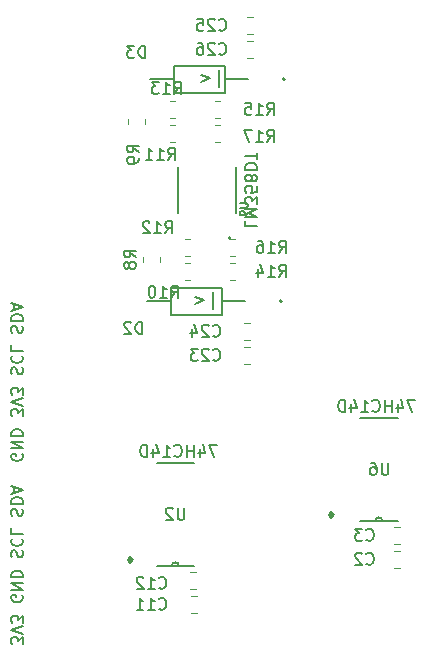
<source format=gbr>
%TF.GenerationSoftware,KiCad,Pcbnew,7.0.5*%
%TF.CreationDate,2023-10-05T13:58:56+07:00*%
%TF.ProjectId,Main_board,4d61696e-5f62-46f6-9172-642e6b696361,rev?*%
%TF.SameCoordinates,Original*%
%TF.FileFunction,Legend,Bot*%
%TF.FilePolarity,Positive*%
%FSLAX46Y46*%
G04 Gerber Fmt 4.6, Leading zero omitted, Abs format (unit mm)*
G04 Created by KiCad (PCBNEW 7.0.5) date 2023-10-05 13:58:56*
%MOMM*%
%LPD*%
G01*
G04 APERTURE LIST*
%ADD10C,0.150000*%
%ADD11C,0.127000*%
%ADD12C,0.200000*%
%ADD13C,0.120000*%
%ADD14C,0.152400*%
G04 APERTURE END LIST*
D10*
X177021713Y-68542819D02*
X176355047Y-68542819D01*
X176355047Y-68542819D02*
X176783618Y-69542819D01*
X175545523Y-68876152D02*
X175545523Y-69542819D01*
X175783618Y-68495200D02*
X176021713Y-69209485D01*
X176021713Y-69209485D02*
X175402666Y-69209485D01*
X175021713Y-69542819D02*
X175021713Y-68542819D01*
X175021713Y-69019009D02*
X174450285Y-69019009D01*
X174450285Y-69542819D02*
X174450285Y-68542819D01*
X173402666Y-69447580D02*
X173450285Y-69495200D01*
X173450285Y-69495200D02*
X173593142Y-69542819D01*
X173593142Y-69542819D02*
X173688380Y-69542819D01*
X173688380Y-69542819D02*
X173831237Y-69495200D01*
X173831237Y-69495200D02*
X173926475Y-69399961D01*
X173926475Y-69399961D02*
X173974094Y-69304723D01*
X173974094Y-69304723D02*
X174021713Y-69114247D01*
X174021713Y-69114247D02*
X174021713Y-68971390D01*
X174021713Y-68971390D02*
X173974094Y-68780914D01*
X173974094Y-68780914D02*
X173926475Y-68685676D01*
X173926475Y-68685676D02*
X173831237Y-68590438D01*
X173831237Y-68590438D02*
X173688380Y-68542819D01*
X173688380Y-68542819D02*
X173593142Y-68542819D01*
X173593142Y-68542819D02*
X173450285Y-68590438D01*
X173450285Y-68590438D02*
X173402666Y-68638057D01*
X172450285Y-69542819D02*
X173021713Y-69542819D01*
X172735999Y-69542819D02*
X172735999Y-68542819D01*
X172735999Y-68542819D02*
X172831237Y-68685676D01*
X172831237Y-68685676D02*
X172926475Y-68780914D01*
X172926475Y-68780914D02*
X173021713Y-68828533D01*
X171593142Y-68876152D02*
X171593142Y-69542819D01*
X171831237Y-68495200D02*
X172069332Y-69209485D01*
X172069332Y-69209485D02*
X171450285Y-69209485D01*
X171069332Y-69542819D02*
X171069332Y-68542819D01*
X171069332Y-68542819D02*
X170831237Y-68542819D01*
X170831237Y-68542819D02*
X170688380Y-68590438D01*
X170688380Y-68590438D02*
X170593142Y-68685676D01*
X170593142Y-68685676D02*
X170545523Y-68780914D01*
X170545523Y-68780914D02*
X170497904Y-68971390D01*
X170497904Y-68971390D02*
X170497904Y-69114247D01*
X170497904Y-69114247D02*
X170545523Y-69304723D01*
X170545523Y-69304723D02*
X170593142Y-69399961D01*
X170593142Y-69399961D02*
X170688380Y-69495200D01*
X170688380Y-69495200D02*
X170831237Y-69542819D01*
X170831237Y-69542819D02*
X171069332Y-69542819D01*
X152907999Y-81839104D02*
X152669904Y-82077200D01*
X152669904Y-82077200D02*
X152907999Y-82315295D01*
X152907999Y-82315295D02*
X153146095Y-82077200D01*
X153146095Y-82077200D02*
X152907999Y-81839104D01*
X152907999Y-81839104D02*
X152907999Y-82315295D01*
X160257713Y-72352819D02*
X159591047Y-72352819D01*
X159591047Y-72352819D02*
X160019618Y-73352819D01*
X158781523Y-72686152D02*
X158781523Y-73352819D01*
X159019618Y-72305200D02*
X159257713Y-73019485D01*
X159257713Y-73019485D02*
X158638666Y-73019485D01*
X158257713Y-73352819D02*
X158257713Y-72352819D01*
X158257713Y-72829009D02*
X157686285Y-72829009D01*
X157686285Y-73352819D02*
X157686285Y-72352819D01*
X156638666Y-73257580D02*
X156686285Y-73305200D01*
X156686285Y-73305200D02*
X156829142Y-73352819D01*
X156829142Y-73352819D02*
X156924380Y-73352819D01*
X156924380Y-73352819D02*
X157067237Y-73305200D01*
X157067237Y-73305200D02*
X157162475Y-73209961D01*
X157162475Y-73209961D02*
X157210094Y-73114723D01*
X157210094Y-73114723D02*
X157257713Y-72924247D01*
X157257713Y-72924247D02*
X157257713Y-72781390D01*
X157257713Y-72781390D02*
X157210094Y-72590914D01*
X157210094Y-72590914D02*
X157162475Y-72495676D01*
X157162475Y-72495676D02*
X157067237Y-72400438D01*
X157067237Y-72400438D02*
X156924380Y-72352819D01*
X156924380Y-72352819D02*
X156829142Y-72352819D01*
X156829142Y-72352819D02*
X156686285Y-72400438D01*
X156686285Y-72400438D02*
X156638666Y-72448057D01*
X155686285Y-73352819D02*
X156257713Y-73352819D01*
X155971999Y-73352819D02*
X155971999Y-72352819D01*
X155971999Y-72352819D02*
X156067237Y-72495676D01*
X156067237Y-72495676D02*
X156162475Y-72590914D01*
X156162475Y-72590914D02*
X156257713Y-72638533D01*
X154829142Y-72686152D02*
X154829142Y-73352819D01*
X155067237Y-72305200D02*
X155305332Y-73019485D01*
X155305332Y-73019485D02*
X154686285Y-73019485D01*
X154305332Y-73352819D02*
X154305332Y-72352819D01*
X154305332Y-72352819D02*
X154067237Y-72352819D01*
X154067237Y-72352819D02*
X153924380Y-72400438D01*
X153924380Y-72400438D02*
X153829142Y-72495676D01*
X153829142Y-72495676D02*
X153781523Y-72590914D01*
X153781523Y-72590914D02*
X153733904Y-72781390D01*
X153733904Y-72781390D02*
X153733904Y-72924247D01*
X153733904Y-72924247D02*
X153781523Y-73114723D01*
X153781523Y-73114723D02*
X153829142Y-73209961D01*
X153829142Y-73209961D02*
X153924380Y-73305200D01*
X153924380Y-73305200D02*
X154067237Y-73352819D01*
X154067237Y-73352819D02*
X154305332Y-73352819D01*
X162613180Y-53371428D02*
X162613180Y-53847618D01*
X162613180Y-53847618D02*
X163613180Y-53847618D01*
X162613180Y-53038094D02*
X163613180Y-53038094D01*
X163613180Y-53038094D02*
X162898895Y-52704761D01*
X162898895Y-52704761D02*
X163613180Y-52371428D01*
X163613180Y-52371428D02*
X162613180Y-52371428D01*
X163613180Y-51990475D02*
X163613180Y-51371428D01*
X163613180Y-51371428D02*
X163232228Y-51704761D01*
X163232228Y-51704761D02*
X163232228Y-51561904D01*
X163232228Y-51561904D02*
X163184609Y-51466666D01*
X163184609Y-51466666D02*
X163136990Y-51419047D01*
X163136990Y-51419047D02*
X163041752Y-51371428D01*
X163041752Y-51371428D02*
X162803657Y-51371428D01*
X162803657Y-51371428D02*
X162708419Y-51419047D01*
X162708419Y-51419047D02*
X162660800Y-51466666D01*
X162660800Y-51466666D02*
X162613180Y-51561904D01*
X162613180Y-51561904D02*
X162613180Y-51847618D01*
X162613180Y-51847618D02*
X162660800Y-51942856D01*
X162660800Y-51942856D02*
X162708419Y-51990475D01*
X163613180Y-50466666D02*
X163613180Y-50942856D01*
X163613180Y-50942856D02*
X163136990Y-50990475D01*
X163136990Y-50990475D02*
X163184609Y-50942856D01*
X163184609Y-50942856D02*
X163232228Y-50847618D01*
X163232228Y-50847618D02*
X163232228Y-50609523D01*
X163232228Y-50609523D02*
X163184609Y-50514285D01*
X163184609Y-50514285D02*
X163136990Y-50466666D01*
X163136990Y-50466666D02*
X163041752Y-50419047D01*
X163041752Y-50419047D02*
X162803657Y-50419047D01*
X162803657Y-50419047D02*
X162708419Y-50466666D01*
X162708419Y-50466666D02*
X162660800Y-50514285D01*
X162660800Y-50514285D02*
X162613180Y-50609523D01*
X162613180Y-50609523D02*
X162613180Y-50847618D01*
X162613180Y-50847618D02*
X162660800Y-50942856D01*
X162660800Y-50942856D02*
X162708419Y-50990475D01*
X163184609Y-49847618D02*
X163232228Y-49942856D01*
X163232228Y-49942856D02*
X163279847Y-49990475D01*
X163279847Y-49990475D02*
X163375085Y-50038094D01*
X163375085Y-50038094D02*
X163422704Y-50038094D01*
X163422704Y-50038094D02*
X163517942Y-49990475D01*
X163517942Y-49990475D02*
X163565561Y-49942856D01*
X163565561Y-49942856D02*
X163613180Y-49847618D01*
X163613180Y-49847618D02*
X163613180Y-49657142D01*
X163613180Y-49657142D02*
X163565561Y-49561904D01*
X163565561Y-49561904D02*
X163517942Y-49514285D01*
X163517942Y-49514285D02*
X163422704Y-49466666D01*
X163422704Y-49466666D02*
X163375085Y-49466666D01*
X163375085Y-49466666D02*
X163279847Y-49514285D01*
X163279847Y-49514285D02*
X163232228Y-49561904D01*
X163232228Y-49561904D02*
X163184609Y-49657142D01*
X163184609Y-49657142D02*
X163184609Y-49847618D01*
X163184609Y-49847618D02*
X163136990Y-49942856D01*
X163136990Y-49942856D02*
X163089371Y-49990475D01*
X163089371Y-49990475D02*
X162994133Y-50038094D01*
X162994133Y-50038094D02*
X162803657Y-50038094D01*
X162803657Y-50038094D02*
X162708419Y-49990475D01*
X162708419Y-49990475D02*
X162660800Y-49942856D01*
X162660800Y-49942856D02*
X162613180Y-49847618D01*
X162613180Y-49847618D02*
X162613180Y-49657142D01*
X162613180Y-49657142D02*
X162660800Y-49561904D01*
X162660800Y-49561904D02*
X162708419Y-49514285D01*
X162708419Y-49514285D02*
X162803657Y-49466666D01*
X162803657Y-49466666D02*
X162994133Y-49466666D01*
X162994133Y-49466666D02*
X163089371Y-49514285D01*
X163089371Y-49514285D02*
X163136990Y-49561904D01*
X163136990Y-49561904D02*
X163184609Y-49657142D01*
X162613180Y-49038094D02*
X163613180Y-49038094D01*
X163613180Y-49038094D02*
X163613180Y-48799999D01*
X163613180Y-48799999D02*
X163565561Y-48657142D01*
X163565561Y-48657142D02*
X163470323Y-48561904D01*
X163470323Y-48561904D02*
X163375085Y-48514285D01*
X163375085Y-48514285D02*
X163184609Y-48466666D01*
X163184609Y-48466666D02*
X163041752Y-48466666D01*
X163041752Y-48466666D02*
X162851276Y-48514285D01*
X162851276Y-48514285D02*
X162756038Y-48561904D01*
X162756038Y-48561904D02*
X162660800Y-48657142D01*
X162660800Y-48657142D02*
X162613180Y-48799999D01*
X162613180Y-48799999D02*
X162613180Y-49038094D01*
X163613180Y-48180951D02*
X163613180Y-47609523D01*
X162613180Y-47895237D02*
X163613180Y-47895237D01*
X158908857Y-41613847D02*
X159670762Y-41328133D01*
X159670762Y-41328133D02*
X158908857Y-41042419D01*
X160385047Y-40613847D02*
X160385047Y-42042419D01*
X169925999Y-78029104D02*
X169687904Y-78267200D01*
X169687904Y-78267200D02*
X169925999Y-78505295D01*
X169925999Y-78505295D02*
X170164095Y-78267200D01*
X170164095Y-78267200D02*
X169925999Y-78029104D01*
X169925999Y-78029104D02*
X169925999Y-78505295D01*
X158400857Y-60409847D02*
X159162762Y-60124133D01*
X159162762Y-60124133D02*
X158400857Y-59838419D01*
X159877047Y-59409847D02*
X159877047Y-60838419D01*
X143801180Y-89240476D02*
X143801180Y-88621429D01*
X143801180Y-88621429D02*
X143420228Y-88954762D01*
X143420228Y-88954762D02*
X143420228Y-88811905D01*
X143420228Y-88811905D02*
X143372609Y-88716667D01*
X143372609Y-88716667D02*
X143324990Y-88669048D01*
X143324990Y-88669048D02*
X143229752Y-88621429D01*
X143229752Y-88621429D02*
X142991657Y-88621429D01*
X142991657Y-88621429D02*
X142896419Y-88669048D01*
X142896419Y-88669048D02*
X142848800Y-88716667D01*
X142848800Y-88716667D02*
X142801180Y-88811905D01*
X142801180Y-88811905D02*
X142801180Y-89097619D01*
X142801180Y-89097619D02*
X142848800Y-89192857D01*
X142848800Y-89192857D02*
X142896419Y-89240476D01*
X143801180Y-88335714D02*
X142801180Y-88002381D01*
X142801180Y-88002381D02*
X143801180Y-87669048D01*
X143801180Y-87430952D02*
X143801180Y-86811905D01*
X143801180Y-86811905D02*
X143420228Y-87145238D01*
X143420228Y-87145238D02*
X143420228Y-87002381D01*
X143420228Y-87002381D02*
X143372609Y-86907143D01*
X143372609Y-86907143D02*
X143324990Y-86859524D01*
X143324990Y-86859524D02*
X143229752Y-86811905D01*
X143229752Y-86811905D02*
X142991657Y-86811905D01*
X142991657Y-86811905D02*
X142896419Y-86859524D01*
X142896419Y-86859524D02*
X142848800Y-86907143D01*
X142848800Y-86907143D02*
X142801180Y-87002381D01*
X142801180Y-87002381D02*
X142801180Y-87288095D01*
X142801180Y-87288095D02*
X142848800Y-87383333D01*
X142848800Y-87383333D02*
X142896419Y-87430952D01*
X143753561Y-85097619D02*
X143801180Y-85192857D01*
X143801180Y-85192857D02*
X143801180Y-85335714D01*
X143801180Y-85335714D02*
X143753561Y-85478571D01*
X143753561Y-85478571D02*
X143658323Y-85573809D01*
X143658323Y-85573809D02*
X143563085Y-85621428D01*
X143563085Y-85621428D02*
X143372609Y-85669047D01*
X143372609Y-85669047D02*
X143229752Y-85669047D01*
X143229752Y-85669047D02*
X143039276Y-85621428D01*
X143039276Y-85621428D02*
X142944038Y-85573809D01*
X142944038Y-85573809D02*
X142848800Y-85478571D01*
X142848800Y-85478571D02*
X142801180Y-85335714D01*
X142801180Y-85335714D02*
X142801180Y-85240476D01*
X142801180Y-85240476D02*
X142848800Y-85097619D01*
X142848800Y-85097619D02*
X142896419Y-85050000D01*
X142896419Y-85050000D02*
X143229752Y-85050000D01*
X143229752Y-85050000D02*
X143229752Y-85240476D01*
X142801180Y-84621428D02*
X143801180Y-84621428D01*
X143801180Y-84621428D02*
X142801180Y-84050000D01*
X142801180Y-84050000D02*
X143801180Y-84050000D01*
X142801180Y-83573809D02*
X143801180Y-83573809D01*
X143801180Y-83573809D02*
X143801180Y-83335714D01*
X143801180Y-83335714D02*
X143753561Y-83192857D01*
X143753561Y-83192857D02*
X143658323Y-83097619D01*
X143658323Y-83097619D02*
X143563085Y-83050000D01*
X143563085Y-83050000D02*
X143372609Y-83002381D01*
X143372609Y-83002381D02*
X143229752Y-83002381D01*
X143229752Y-83002381D02*
X143039276Y-83050000D01*
X143039276Y-83050000D02*
X142944038Y-83097619D01*
X142944038Y-83097619D02*
X142848800Y-83192857D01*
X142848800Y-83192857D02*
X142801180Y-83335714D01*
X142801180Y-83335714D02*
X142801180Y-83573809D01*
X142848800Y-81859523D02*
X142801180Y-81716666D01*
X142801180Y-81716666D02*
X142801180Y-81478571D01*
X142801180Y-81478571D02*
X142848800Y-81383333D01*
X142848800Y-81383333D02*
X142896419Y-81335714D01*
X142896419Y-81335714D02*
X142991657Y-81288095D01*
X142991657Y-81288095D02*
X143086895Y-81288095D01*
X143086895Y-81288095D02*
X143182133Y-81335714D01*
X143182133Y-81335714D02*
X143229752Y-81383333D01*
X143229752Y-81383333D02*
X143277371Y-81478571D01*
X143277371Y-81478571D02*
X143324990Y-81669047D01*
X143324990Y-81669047D02*
X143372609Y-81764285D01*
X143372609Y-81764285D02*
X143420228Y-81811904D01*
X143420228Y-81811904D02*
X143515466Y-81859523D01*
X143515466Y-81859523D02*
X143610704Y-81859523D01*
X143610704Y-81859523D02*
X143705942Y-81811904D01*
X143705942Y-81811904D02*
X143753561Y-81764285D01*
X143753561Y-81764285D02*
X143801180Y-81669047D01*
X143801180Y-81669047D02*
X143801180Y-81430952D01*
X143801180Y-81430952D02*
X143753561Y-81288095D01*
X142896419Y-80288095D02*
X142848800Y-80335714D01*
X142848800Y-80335714D02*
X142801180Y-80478571D01*
X142801180Y-80478571D02*
X142801180Y-80573809D01*
X142801180Y-80573809D02*
X142848800Y-80716666D01*
X142848800Y-80716666D02*
X142944038Y-80811904D01*
X142944038Y-80811904D02*
X143039276Y-80859523D01*
X143039276Y-80859523D02*
X143229752Y-80907142D01*
X143229752Y-80907142D02*
X143372609Y-80907142D01*
X143372609Y-80907142D02*
X143563085Y-80859523D01*
X143563085Y-80859523D02*
X143658323Y-80811904D01*
X143658323Y-80811904D02*
X143753561Y-80716666D01*
X143753561Y-80716666D02*
X143801180Y-80573809D01*
X143801180Y-80573809D02*
X143801180Y-80478571D01*
X143801180Y-80478571D02*
X143753561Y-80335714D01*
X143753561Y-80335714D02*
X143705942Y-80288095D01*
X142801180Y-79383333D02*
X142801180Y-79859523D01*
X142801180Y-79859523D02*
X143801180Y-79859523D01*
X142848800Y-78335713D02*
X142801180Y-78192856D01*
X142801180Y-78192856D02*
X142801180Y-77954761D01*
X142801180Y-77954761D02*
X142848800Y-77859523D01*
X142848800Y-77859523D02*
X142896419Y-77811904D01*
X142896419Y-77811904D02*
X142991657Y-77764285D01*
X142991657Y-77764285D02*
X143086895Y-77764285D01*
X143086895Y-77764285D02*
X143182133Y-77811904D01*
X143182133Y-77811904D02*
X143229752Y-77859523D01*
X143229752Y-77859523D02*
X143277371Y-77954761D01*
X143277371Y-77954761D02*
X143324990Y-78145237D01*
X143324990Y-78145237D02*
X143372609Y-78240475D01*
X143372609Y-78240475D02*
X143420228Y-78288094D01*
X143420228Y-78288094D02*
X143515466Y-78335713D01*
X143515466Y-78335713D02*
X143610704Y-78335713D01*
X143610704Y-78335713D02*
X143705942Y-78288094D01*
X143705942Y-78288094D02*
X143753561Y-78240475D01*
X143753561Y-78240475D02*
X143801180Y-78145237D01*
X143801180Y-78145237D02*
X143801180Y-77907142D01*
X143801180Y-77907142D02*
X143753561Y-77764285D01*
X142801180Y-77335713D02*
X143801180Y-77335713D01*
X143801180Y-77335713D02*
X143801180Y-77097618D01*
X143801180Y-77097618D02*
X143753561Y-76954761D01*
X143753561Y-76954761D02*
X143658323Y-76859523D01*
X143658323Y-76859523D02*
X143563085Y-76811904D01*
X143563085Y-76811904D02*
X143372609Y-76764285D01*
X143372609Y-76764285D02*
X143229752Y-76764285D01*
X143229752Y-76764285D02*
X143039276Y-76811904D01*
X143039276Y-76811904D02*
X142944038Y-76859523D01*
X142944038Y-76859523D02*
X142848800Y-76954761D01*
X142848800Y-76954761D02*
X142801180Y-77097618D01*
X142801180Y-77097618D02*
X142801180Y-77335713D01*
X143086895Y-76383332D02*
X143086895Y-75907142D01*
X142801180Y-76478570D02*
X143801180Y-76145237D01*
X143801180Y-76145237D02*
X142801180Y-75811904D01*
X143753561Y-73127429D02*
X143801180Y-73222667D01*
X143801180Y-73222667D02*
X143801180Y-73365524D01*
X143801180Y-73365524D02*
X143753561Y-73508381D01*
X143753561Y-73508381D02*
X143658323Y-73603619D01*
X143658323Y-73603619D02*
X143563085Y-73651238D01*
X143563085Y-73651238D02*
X143372609Y-73698857D01*
X143372609Y-73698857D02*
X143229752Y-73698857D01*
X143229752Y-73698857D02*
X143039276Y-73651238D01*
X143039276Y-73651238D02*
X142944038Y-73603619D01*
X142944038Y-73603619D02*
X142848800Y-73508381D01*
X142848800Y-73508381D02*
X142801180Y-73365524D01*
X142801180Y-73365524D02*
X142801180Y-73270286D01*
X142801180Y-73270286D02*
X142848800Y-73127429D01*
X142848800Y-73127429D02*
X142896419Y-73079810D01*
X142896419Y-73079810D02*
X143229752Y-73079810D01*
X143229752Y-73079810D02*
X143229752Y-73270286D01*
X142801180Y-72651238D02*
X143801180Y-72651238D01*
X143801180Y-72651238D02*
X142801180Y-72079810D01*
X142801180Y-72079810D02*
X143801180Y-72079810D01*
X142801180Y-71603619D02*
X143801180Y-71603619D01*
X143801180Y-71603619D02*
X143801180Y-71365524D01*
X143801180Y-71365524D02*
X143753561Y-71222667D01*
X143753561Y-71222667D02*
X143658323Y-71127429D01*
X143658323Y-71127429D02*
X143563085Y-71079810D01*
X143563085Y-71079810D02*
X143372609Y-71032191D01*
X143372609Y-71032191D02*
X143229752Y-71032191D01*
X143229752Y-71032191D02*
X143039276Y-71079810D01*
X143039276Y-71079810D02*
X142944038Y-71127429D01*
X142944038Y-71127429D02*
X142848800Y-71222667D01*
X142848800Y-71222667D02*
X142801180Y-71365524D01*
X142801180Y-71365524D02*
X142801180Y-71603619D01*
X143801180Y-69936952D02*
X143801180Y-69317905D01*
X143801180Y-69317905D02*
X143420228Y-69651238D01*
X143420228Y-69651238D02*
X143420228Y-69508381D01*
X143420228Y-69508381D02*
X143372609Y-69413143D01*
X143372609Y-69413143D02*
X143324990Y-69365524D01*
X143324990Y-69365524D02*
X143229752Y-69317905D01*
X143229752Y-69317905D02*
X142991657Y-69317905D01*
X142991657Y-69317905D02*
X142896419Y-69365524D01*
X142896419Y-69365524D02*
X142848800Y-69413143D01*
X142848800Y-69413143D02*
X142801180Y-69508381D01*
X142801180Y-69508381D02*
X142801180Y-69794095D01*
X142801180Y-69794095D02*
X142848800Y-69889333D01*
X142848800Y-69889333D02*
X142896419Y-69936952D01*
X143801180Y-69032190D02*
X142801180Y-68698857D01*
X142801180Y-68698857D02*
X143801180Y-68365524D01*
X143801180Y-68127428D02*
X143801180Y-67508381D01*
X143801180Y-67508381D02*
X143420228Y-67841714D01*
X143420228Y-67841714D02*
X143420228Y-67698857D01*
X143420228Y-67698857D02*
X143372609Y-67603619D01*
X143372609Y-67603619D02*
X143324990Y-67556000D01*
X143324990Y-67556000D02*
X143229752Y-67508381D01*
X143229752Y-67508381D02*
X142991657Y-67508381D01*
X142991657Y-67508381D02*
X142896419Y-67556000D01*
X142896419Y-67556000D02*
X142848800Y-67603619D01*
X142848800Y-67603619D02*
X142801180Y-67698857D01*
X142801180Y-67698857D02*
X142801180Y-67984571D01*
X142801180Y-67984571D02*
X142848800Y-68079809D01*
X142848800Y-68079809D02*
X142896419Y-68127428D01*
X142848800Y-66365523D02*
X142801180Y-66222666D01*
X142801180Y-66222666D02*
X142801180Y-65984571D01*
X142801180Y-65984571D02*
X142848800Y-65889333D01*
X142848800Y-65889333D02*
X142896419Y-65841714D01*
X142896419Y-65841714D02*
X142991657Y-65794095D01*
X142991657Y-65794095D02*
X143086895Y-65794095D01*
X143086895Y-65794095D02*
X143182133Y-65841714D01*
X143182133Y-65841714D02*
X143229752Y-65889333D01*
X143229752Y-65889333D02*
X143277371Y-65984571D01*
X143277371Y-65984571D02*
X143324990Y-66175047D01*
X143324990Y-66175047D02*
X143372609Y-66270285D01*
X143372609Y-66270285D02*
X143420228Y-66317904D01*
X143420228Y-66317904D02*
X143515466Y-66365523D01*
X143515466Y-66365523D02*
X143610704Y-66365523D01*
X143610704Y-66365523D02*
X143705942Y-66317904D01*
X143705942Y-66317904D02*
X143753561Y-66270285D01*
X143753561Y-66270285D02*
X143801180Y-66175047D01*
X143801180Y-66175047D02*
X143801180Y-65936952D01*
X143801180Y-65936952D02*
X143753561Y-65794095D01*
X142896419Y-64794095D02*
X142848800Y-64841714D01*
X142848800Y-64841714D02*
X142801180Y-64984571D01*
X142801180Y-64984571D02*
X142801180Y-65079809D01*
X142801180Y-65079809D02*
X142848800Y-65222666D01*
X142848800Y-65222666D02*
X142944038Y-65317904D01*
X142944038Y-65317904D02*
X143039276Y-65365523D01*
X143039276Y-65365523D02*
X143229752Y-65413142D01*
X143229752Y-65413142D02*
X143372609Y-65413142D01*
X143372609Y-65413142D02*
X143563085Y-65365523D01*
X143563085Y-65365523D02*
X143658323Y-65317904D01*
X143658323Y-65317904D02*
X143753561Y-65222666D01*
X143753561Y-65222666D02*
X143801180Y-65079809D01*
X143801180Y-65079809D02*
X143801180Y-64984571D01*
X143801180Y-64984571D02*
X143753561Y-64841714D01*
X143753561Y-64841714D02*
X143705942Y-64794095D01*
X142801180Y-63889333D02*
X142801180Y-64365523D01*
X142801180Y-64365523D02*
X143801180Y-64365523D01*
X142848800Y-62841713D02*
X142801180Y-62698856D01*
X142801180Y-62698856D02*
X142801180Y-62460761D01*
X142801180Y-62460761D02*
X142848800Y-62365523D01*
X142848800Y-62365523D02*
X142896419Y-62317904D01*
X142896419Y-62317904D02*
X142991657Y-62270285D01*
X142991657Y-62270285D02*
X143086895Y-62270285D01*
X143086895Y-62270285D02*
X143182133Y-62317904D01*
X143182133Y-62317904D02*
X143229752Y-62365523D01*
X143229752Y-62365523D02*
X143277371Y-62460761D01*
X143277371Y-62460761D02*
X143324990Y-62651237D01*
X143324990Y-62651237D02*
X143372609Y-62746475D01*
X143372609Y-62746475D02*
X143420228Y-62794094D01*
X143420228Y-62794094D02*
X143515466Y-62841713D01*
X143515466Y-62841713D02*
X143610704Y-62841713D01*
X143610704Y-62841713D02*
X143705942Y-62794094D01*
X143705942Y-62794094D02*
X143753561Y-62746475D01*
X143753561Y-62746475D02*
X143801180Y-62651237D01*
X143801180Y-62651237D02*
X143801180Y-62413142D01*
X143801180Y-62413142D02*
X143753561Y-62270285D01*
X142801180Y-61841713D02*
X143801180Y-61841713D01*
X143801180Y-61841713D02*
X143801180Y-61603618D01*
X143801180Y-61603618D02*
X143753561Y-61460761D01*
X143753561Y-61460761D02*
X143658323Y-61365523D01*
X143658323Y-61365523D02*
X143563085Y-61317904D01*
X143563085Y-61317904D02*
X143372609Y-61270285D01*
X143372609Y-61270285D02*
X143229752Y-61270285D01*
X143229752Y-61270285D02*
X143039276Y-61317904D01*
X143039276Y-61317904D02*
X142944038Y-61365523D01*
X142944038Y-61365523D02*
X142848800Y-61460761D01*
X142848800Y-61460761D02*
X142801180Y-61603618D01*
X142801180Y-61603618D02*
X142801180Y-61841713D01*
X143086895Y-60889332D02*
X143086895Y-60413142D01*
X142801180Y-60984570D02*
X143801180Y-60651237D01*
X143801180Y-60651237D02*
X142801180Y-60317904D01*
%TO.C,D2*%
X153900094Y-62938819D02*
X153900094Y-61938819D01*
X153900094Y-61938819D02*
X153661999Y-61938819D01*
X153661999Y-61938819D02*
X153519142Y-61986438D01*
X153519142Y-61986438D02*
X153423904Y-62081676D01*
X153423904Y-62081676D02*
X153376285Y-62176914D01*
X153376285Y-62176914D02*
X153328666Y-62367390D01*
X153328666Y-62367390D02*
X153328666Y-62510247D01*
X153328666Y-62510247D02*
X153376285Y-62700723D01*
X153376285Y-62700723D02*
X153423904Y-62795961D01*
X153423904Y-62795961D02*
X153519142Y-62891200D01*
X153519142Y-62891200D02*
X153661999Y-62938819D01*
X153661999Y-62938819D02*
X153900094Y-62938819D01*
X152947713Y-62034057D02*
X152900094Y-61986438D01*
X152900094Y-61986438D02*
X152804856Y-61938819D01*
X152804856Y-61938819D02*
X152566761Y-61938819D01*
X152566761Y-61938819D02*
X152471523Y-61986438D01*
X152471523Y-61986438D02*
X152423904Y-62034057D01*
X152423904Y-62034057D02*
X152376285Y-62129295D01*
X152376285Y-62129295D02*
X152376285Y-62224533D01*
X152376285Y-62224533D02*
X152423904Y-62367390D01*
X152423904Y-62367390D02*
X152995332Y-62938819D01*
X152995332Y-62938819D02*
X152376285Y-62938819D01*
%TO.C,C11*%
X155328857Y-86211580D02*
X155376476Y-86259200D01*
X155376476Y-86259200D02*
X155519333Y-86306819D01*
X155519333Y-86306819D02*
X155614571Y-86306819D01*
X155614571Y-86306819D02*
X155757428Y-86259200D01*
X155757428Y-86259200D02*
X155852666Y-86163961D01*
X155852666Y-86163961D02*
X155900285Y-86068723D01*
X155900285Y-86068723D02*
X155947904Y-85878247D01*
X155947904Y-85878247D02*
X155947904Y-85735390D01*
X155947904Y-85735390D02*
X155900285Y-85544914D01*
X155900285Y-85544914D02*
X155852666Y-85449676D01*
X155852666Y-85449676D02*
X155757428Y-85354438D01*
X155757428Y-85354438D02*
X155614571Y-85306819D01*
X155614571Y-85306819D02*
X155519333Y-85306819D01*
X155519333Y-85306819D02*
X155376476Y-85354438D01*
X155376476Y-85354438D02*
X155328857Y-85402057D01*
X154376476Y-86306819D02*
X154947904Y-86306819D01*
X154662190Y-86306819D02*
X154662190Y-85306819D01*
X154662190Y-85306819D02*
X154757428Y-85449676D01*
X154757428Y-85449676D02*
X154852666Y-85544914D01*
X154852666Y-85544914D02*
X154947904Y-85592533D01*
X153424095Y-86306819D02*
X153995523Y-86306819D01*
X153709809Y-86306819D02*
X153709809Y-85306819D01*
X153709809Y-85306819D02*
X153805047Y-85449676D01*
X153805047Y-85449676D02*
X153900285Y-85544914D01*
X153900285Y-85544914D02*
X153995523Y-85592533D01*
%TO.C,R9*%
X153616819Y-47585333D02*
X153140628Y-47252000D01*
X153616819Y-47013905D02*
X152616819Y-47013905D01*
X152616819Y-47013905D02*
X152616819Y-47394857D01*
X152616819Y-47394857D02*
X152664438Y-47490095D01*
X152664438Y-47490095D02*
X152712057Y-47537714D01*
X152712057Y-47537714D02*
X152807295Y-47585333D01*
X152807295Y-47585333D02*
X152950152Y-47585333D01*
X152950152Y-47585333D02*
X153045390Y-47537714D01*
X153045390Y-47537714D02*
X153093009Y-47490095D01*
X153093009Y-47490095D02*
X153140628Y-47394857D01*
X153140628Y-47394857D02*
X153140628Y-47013905D01*
X153616819Y-48061524D02*
X153616819Y-48252000D01*
X153616819Y-48252000D02*
X153569200Y-48347238D01*
X153569200Y-48347238D02*
X153521580Y-48394857D01*
X153521580Y-48394857D02*
X153378723Y-48490095D01*
X153378723Y-48490095D02*
X153188247Y-48537714D01*
X153188247Y-48537714D02*
X152807295Y-48537714D01*
X152807295Y-48537714D02*
X152712057Y-48490095D01*
X152712057Y-48490095D02*
X152664438Y-48442476D01*
X152664438Y-48442476D02*
X152616819Y-48347238D01*
X152616819Y-48347238D02*
X152616819Y-48156762D01*
X152616819Y-48156762D02*
X152664438Y-48061524D01*
X152664438Y-48061524D02*
X152712057Y-48013905D01*
X152712057Y-48013905D02*
X152807295Y-47966286D01*
X152807295Y-47966286D02*
X153045390Y-47966286D01*
X153045390Y-47966286D02*
X153140628Y-48013905D01*
X153140628Y-48013905D02*
X153188247Y-48061524D01*
X153188247Y-48061524D02*
X153235866Y-48156762D01*
X153235866Y-48156762D02*
X153235866Y-48347238D01*
X153235866Y-48347238D02*
X153188247Y-48442476D01*
X153188247Y-48442476D02*
X153140628Y-48490095D01*
X153140628Y-48490095D02*
X153045390Y-48537714D01*
%TO.C,R15*%
X164472857Y-44396819D02*
X164806190Y-43920628D01*
X165044285Y-44396819D02*
X165044285Y-43396819D01*
X165044285Y-43396819D02*
X164663333Y-43396819D01*
X164663333Y-43396819D02*
X164568095Y-43444438D01*
X164568095Y-43444438D02*
X164520476Y-43492057D01*
X164520476Y-43492057D02*
X164472857Y-43587295D01*
X164472857Y-43587295D02*
X164472857Y-43730152D01*
X164472857Y-43730152D02*
X164520476Y-43825390D01*
X164520476Y-43825390D02*
X164568095Y-43873009D01*
X164568095Y-43873009D02*
X164663333Y-43920628D01*
X164663333Y-43920628D02*
X165044285Y-43920628D01*
X163520476Y-44396819D02*
X164091904Y-44396819D01*
X163806190Y-44396819D02*
X163806190Y-43396819D01*
X163806190Y-43396819D02*
X163901428Y-43539676D01*
X163901428Y-43539676D02*
X163996666Y-43634914D01*
X163996666Y-43634914D02*
X164091904Y-43682533D01*
X162615714Y-43396819D02*
X163091904Y-43396819D01*
X163091904Y-43396819D02*
X163139523Y-43873009D01*
X163139523Y-43873009D02*
X163091904Y-43825390D01*
X163091904Y-43825390D02*
X162996666Y-43777771D01*
X162996666Y-43777771D02*
X162758571Y-43777771D01*
X162758571Y-43777771D02*
X162663333Y-43825390D01*
X162663333Y-43825390D02*
X162615714Y-43873009D01*
X162615714Y-43873009D02*
X162568095Y-43968247D01*
X162568095Y-43968247D02*
X162568095Y-44206342D01*
X162568095Y-44206342D02*
X162615714Y-44301580D01*
X162615714Y-44301580D02*
X162663333Y-44349200D01*
X162663333Y-44349200D02*
X162758571Y-44396819D01*
X162758571Y-44396819D02*
X162996666Y-44396819D01*
X162996666Y-44396819D02*
X163091904Y-44349200D01*
X163091904Y-44349200D02*
X163139523Y-44301580D01*
%TO.C,U6*%
X174751904Y-73876819D02*
X174751904Y-74686342D01*
X174751904Y-74686342D02*
X174704285Y-74781580D01*
X174704285Y-74781580D02*
X174656666Y-74829200D01*
X174656666Y-74829200D02*
X174561428Y-74876819D01*
X174561428Y-74876819D02*
X174370952Y-74876819D01*
X174370952Y-74876819D02*
X174275714Y-74829200D01*
X174275714Y-74829200D02*
X174228095Y-74781580D01*
X174228095Y-74781580D02*
X174180476Y-74686342D01*
X174180476Y-74686342D02*
X174180476Y-73876819D01*
X173275714Y-73876819D02*
X173466190Y-73876819D01*
X173466190Y-73876819D02*
X173561428Y-73924438D01*
X173561428Y-73924438D02*
X173609047Y-73972057D01*
X173609047Y-73972057D02*
X173704285Y-74114914D01*
X173704285Y-74114914D02*
X173751904Y-74305390D01*
X173751904Y-74305390D02*
X173751904Y-74686342D01*
X173751904Y-74686342D02*
X173704285Y-74781580D01*
X173704285Y-74781580D02*
X173656666Y-74829200D01*
X173656666Y-74829200D02*
X173561428Y-74876819D01*
X173561428Y-74876819D02*
X173370952Y-74876819D01*
X173370952Y-74876819D02*
X173275714Y-74829200D01*
X173275714Y-74829200D02*
X173228095Y-74781580D01*
X173228095Y-74781580D02*
X173180476Y-74686342D01*
X173180476Y-74686342D02*
X173180476Y-74448247D01*
X173180476Y-74448247D02*
X173228095Y-74353009D01*
X173228095Y-74353009D02*
X173275714Y-74305390D01*
X173275714Y-74305390D02*
X173370952Y-74257771D01*
X173370952Y-74257771D02*
X173561428Y-74257771D01*
X173561428Y-74257771D02*
X173656666Y-74305390D01*
X173656666Y-74305390D02*
X173704285Y-74353009D01*
X173704285Y-74353009D02*
X173751904Y-74448247D01*
%TO.C,R11*%
X156090857Y-48206819D02*
X156424190Y-47730628D01*
X156662285Y-48206819D02*
X156662285Y-47206819D01*
X156662285Y-47206819D02*
X156281333Y-47206819D01*
X156281333Y-47206819D02*
X156186095Y-47254438D01*
X156186095Y-47254438D02*
X156138476Y-47302057D01*
X156138476Y-47302057D02*
X156090857Y-47397295D01*
X156090857Y-47397295D02*
X156090857Y-47540152D01*
X156090857Y-47540152D02*
X156138476Y-47635390D01*
X156138476Y-47635390D02*
X156186095Y-47683009D01*
X156186095Y-47683009D02*
X156281333Y-47730628D01*
X156281333Y-47730628D02*
X156662285Y-47730628D01*
X155138476Y-48206819D02*
X155709904Y-48206819D01*
X155424190Y-48206819D02*
X155424190Y-47206819D01*
X155424190Y-47206819D02*
X155519428Y-47349676D01*
X155519428Y-47349676D02*
X155614666Y-47444914D01*
X155614666Y-47444914D02*
X155709904Y-47492533D01*
X154186095Y-48206819D02*
X154757523Y-48206819D01*
X154471809Y-48206819D02*
X154471809Y-47206819D01*
X154471809Y-47206819D02*
X154567047Y-47349676D01*
X154567047Y-47349676D02*
X154662285Y-47444914D01*
X154662285Y-47444914D02*
X154757523Y-47492533D01*
%TO.C,R16*%
X165488857Y-56080819D02*
X165822190Y-55604628D01*
X166060285Y-56080819D02*
X166060285Y-55080819D01*
X166060285Y-55080819D02*
X165679333Y-55080819D01*
X165679333Y-55080819D02*
X165584095Y-55128438D01*
X165584095Y-55128438D02*
X165536476Y-55176057D01*
X165536476Y-55176057D02*
X165488857Y-55271295D01*
X165488857Y-55271295D02*
X165488857Y-55414152D01*
X165488857Y-55414152D02*
X165536476Y-55509390D01*
X165536476Y-55509390D02*
X165584095Y-55557009D01*
X165584095Y-55557009D02*
X165679333Y-55604628D01*
X165679333Y-55604628D02*
X166060285Y-55604628D01*
X164536476Y-56080819D02*
X165107904Y-56080819D01*
X164822190Y-56080819D02*
X164822190Y-55080819D01*
X164822190Y-55080819D02*
X164917428Y-55223676D01*
X164917428Y-55223676D02*
X165012666Y-55318914D01*
X165012666Y-55318914D02*
X165107904Y-55366533D01*
X163679333Y-55080819D02*
X163869809Y-55080819D01*
X163869809Y-55080819D02*
X163965047Y-55128438D01*
X163965047Y-55128438D02*
X164012666Y-55176057D01*
X164012666Y-55176057D02*
X164107904Y-55318914D01*
X164107904Y-55318914D02*
X164155523Y-55509390D01*
X164155523Y-55509390D02*
X164155523Y-55890342D01*
X164155523Y-55890342D02*
X164107904Y-55985580D01*
X164107904Y-55985580D02*
X164060285Y-56033200D01*
X164060285Y-56033200D02*
X163965047Y-56080819D01*
X163965047Y-56080819D02*
X163774571Y-56080819D01*
X163774571Y-56080819D02*
X163679333Y-56033200D01*
X163679333Y-56033200D02*
X163631714Y-55985580D01*
X163631714Y-55985580D02*
X163584095Y-55890342D01*
X163584095Y-55890342D02*
X163584095Y-55652247D01*
X163584095Y-55652247D02*
X163631714Y-55557009D01*
X163631714Y-55557009D02*
X163679333Y-55509390D01*
X163679333Y-55509390D02*
X163774571Y-55461771D01*
X163774571Y-55461771D02*
X163965047Y-55461771D01*
X163965047Y-55461771D02*
X164060285Y-55509390D01*
X164060285Y-55509390D02*
X164107904Y-55557009D01*
X164107904Y-55557009D02*
X164155523Y-55652247D01*
%TO.C,C23*%
X159900857Y-65129580D02*
X159948476Y-65177200D01*
X159948476Y-65177200D02*
X160091333Y-65224819D01*
X160091333Y-65224819D02*
X160186571Y-65224819D01*
X160186571Y-65224819D02*
X160329428Y-65177200D01*
X160329428Y-65177200D02*
X160424666Y-65081961D01*
X160424666Y-65081961D02*
X160472285Y-64986723D01*
X160472285Y-64986723D02*
X160519904Y-64796247D01*
X160519904Y-64796247D02*
X160519904Y-64653390D01*
X160519904Y-64653390D02*
X160472285Y-64462914D01*
X160472285Y-64462914D02*
X160424666Y-64367676D01*
X160424666Y-64367676D02*
X160329428Y-64272438D01*
X160329428Y-64272438D02*
X160186571Y-64224819D01*
X160186571Y-64224819D02*
X160091333Y-64224819D01*
X160091333Y-64224819D02*
X159948476Y-64272438D01*
X159948476Y-64272438D02*
X159900857Y-64320057D01*
X159519904Y-64320057D02*
X159472285Y-64272438D01*
X159472285Y-64272438D02*
X159377047Y-64224819D01*
X159377047Y-64224819D02*
X159138952Y-64224819D01*
X159138952Y-64224819D02*
X159043714Y-64272438D01*
X159043714Y-64272438D02*
X158996095Y-64320057D01*
X158996095Y-64320057D02*
X158948476Y-64415295D01*
X158948476Y-64415295D02*
X158948476Y-64510533D01*
X158948476Y-64510533D02*
X158996095Y-64653390D01*
X158996095Y-64653390D02*
X159567523Y-65224819D01*
X159567523Y-65224819D02*
X158948476Y-65224819D01*
X158615142Y-64224819D02*
X157996095Y-64224819D01*
X157996095Y-64224819D02*
X158329428Y-64605771D01*
X158329428Y-64605771D02*
X158186571Y-64605771D01*
X158186571Y-64605771D02*
X158091333Y-64653390D01*
X158091333Y-64653390D02*
X158043714Y-64701009D01*
X158043714Y-64701009D02*
X157996095Y-64796247D01*
X157996095Y-64796247D02*
X157996095Y-65034342D01*
X157996095Y-65034342D02*
X158043714Y-65129580D01*
X158043714Y-65129580D02*
X158091333Y-65177200D01*
X158091333Y-65177200D02*
X158186571Y-65224819D01*
X158186571Y-65224819D02*
X158472285Y-65224819D01*
X158472285Y-65224819D02*
X158567523Y-65177200D01*
X158567523Y-65177200D02*
X158615142Y-65129580D01*
%TO.C,C2*%
X172886666Y-82401580D02*
X172934285Y-82449200D01*
X172934285Y-82449200D02*
X173077142Y-82496819D01*
X173077142Y-82496819D02*
X173172380Y-82496819D01*
X173172380Y-82496819D02*
X173315237Y-82449200D01*
X173315237Y-82449200D02*
X173410475Y-82353961D01*
X173410475Y-82353961D02*
X173458094Y-82258723D01*
X173458094Y-82258723D02*
X173505713Y-82068247D01*
X173505713Y-82068247D02*
X173505713Y-81925390D01*
X173505713Y-81925390D02*
X173458094Y-81734914D01*
X173458094Y-81734914D02*
X173410475Y-81639676D01*
X173410475Y-81639676D02*
X173315237Y-81544438D01*
X173315237Y-81544438D02*
X173172380Y-81496819D01*
X173172380Y-81496819D02*
X173077142Y-81496819D01*
X173077142Y-81496819D02*
X172934285Y-81544438D01*
X172934285Y-81544438D02*
X172886666Y-81592057D01*
X172505713Y-81592057D02*
X172458094Y-81544438D01*
X172458094Y-81544438D02*
X172362856Y-81496819D01*
X172362856Y-81496819D02*
X172124761Y-81496819D01*
X172124761Y-81496819D02*
X172029523Y-81544438D01*
X172029523Y-81544438D02*
X171981904Y-81592057D01*
X171981904Y-81592057D02*
X171934285Y-81687295D01*
X171934285Y-81687295D02*
X171934285Y-81782533D01*
X171934285Y-81782533D02*
X171981904Y-81925390D01*
X171981904Y-81925390D02*
X172553332Y-82496819D01*
X172553332Y-82496819D02*
X171934285Y-82496819D01*
%TO.C,C24*%
X159900857Y-63097580D02*
X159948476Y-63145200D01*
X159948476Y-63145200D02*
X160091333Y-63192819D01*
X160091333Y-63192819D02*
X160186571Y-63192819D01*
X160186571Y-63192819D02*
X160329428Y-63145200D01*
X160329428Y-63145200D02*
X160424666Y-63049961D01*
X160424666Y-63049961D02*
X160472285Y-62954723D01*
X160472285Y-62954723D02*
X160519904Y-62764247D01*
X160519904Y-62764247D02*
X160519904Y-62621390D01*
X160519904Y-62621390D02*
X160472285Y-62430914D01*
X160472285Y-62430914D02*
X160424666Y-62335676D01*
X160424666Y-62335676D02*
X160329428Y-62240438D01*
X160329428Y-62240438D02*
X160186571Y-62192819D01*
X160186571Y-62192819D02*
X160091333Y-62192819D01*
X160091333Y-62192819D02*
X159948476Y-62240438D01*
X159948476Y-62240438D02*
X159900857Y-62288057D01*
X159519904Y-62288057D02*
X159472285Y-62240438D01*
X159472285Y-62240438D02*
X159377047Y-62192819D01*
X159377047Y-62192819D02*
X159138952Y-62192819D01*
X159138952Y-62192819D02*
X159043714Y-62240438D01*
X159043714Y-62240438D02*
X158996095Y-62288057D01*
X158996095Y-62288057D02*
X158948476Y-62383295D01*
X158948476Y-62383295D02*
X158948476Y-62478533D01*
X158948476Y-62478533D02*
X158996095Y-62621390D01*
X158996095Y-62621390D02*
X159567523Y-63192819D01*
X159567523Y-63192819D02*
X158948476Y-63192819D01*
X158091333Y-62526152D02*
X158091333Y-63192819D01*
X158329428Y-62145200D02*
X158567523Y-62859485D01*
X158567523Y-62859485D02*
X157948476Y-62859485D01*
%TO.C,U2*%
X157479904Y-77686819D02*
X157479904Y-78496342D01*
X157479904Y-78496342D02*
X157432285Y-78591580D01*
X157432285Y-78591580D02*
X157384666Y-78639200D01*
X157384666Y-78639200D02*
X157289428Y-78686819D01*
X157289428Y-78686819D02*
X157098952Y-78686819D01*
X157098952Y-78686819D02*
X157003714Y-78639200D01*
X157003714Y-78639200D02*
X156956095Y-78591580D01*
X156956095Y-78591580D02*
X156908476Y-78496342D01*
X156908476Y-78496342D02*
X156908476Y-77686819D01*
X156479904Y-77782057D02*
X156432285Y-77734438D01*
X156432285Y-77734438D02*
X156337047Y-77686819D01*
X156337047Y-77686819D02*
X156098952Y-77686819D01*
X156098952Y-77686819D02*
X156003714Y-77734438D01*
X156003714Y-77734438D02*
X155956095Y-77782057D01*
X155956095Y-77782057D02*
X155908476Y-77877295D01*
X155908476Y-77877295D02*
X155908476Y-77972533D01*
X155908476Y-77972533D02*
X155956095Y-78115390D01*
X155956095Y-78115390D02*
X156527523Y-78686819D01*
X156527523Y-78686819D02*
X155908476Y-78686819D01*
%TO.C,C26*%
X160408857Y-39221580D02*
X160456476Y-39269200D01*
X160456476Y-39269200D02*
X160599333Y-39316819D01*
X160599333Y-39316819D02*
X160694571Y-39316819D01*
X160694571Y-39316819D02*
X160837428Y-39269200D01*
X160837428Y-39269200D02*
X160932666Y-39173961D01*
X160932666Y-39173961D02*
X160980285Y-39078723D01*
X160980285Y-39078723D02*
X161027904Y-38888247D01*
X161027904Y-38888247D02*
X161027904Y-38745390D01*
X161027904Y-38745390D02*
X160980285Y-38554914D01*
X160980285Y-38554914D02*
X160932666Y-38459676D01*
X160932666Y-38459676D02*
X160837428Y-38364438D01*
X160837428Y-38364438D02*
X160694571Y-38316819D01*
X160694571Y-38316819D02*
X160599333Y-38316819D01*
X160599333Y-38316819D02*
X160456476Y-38364438D01*
X160456476Y-38364438D02*
X160408857Y-38412057D01*
X160027904Y-38412057D02*
X159980285Y-38364438D01*
X159980285Y-38364438D02*
X159885047Y-38316819D01*
X159885047Y-38316819D02*
X159646952Y-38316819D01*
X159646952Y-38316819D02*
X159551714Y-38364438D01*
X159551714Y-38364438D02*
X159504095Y-38412057D01*
X159504095Y-38412057D02*
X159456476Y-38507295D01*
X159456476Y-38507295D02*
X159456476Y-38602533D01*
X159456476Y-38602533D02*
X159504095Y-38745390D01*
X159504095Y-38745390D02*
X160075523Y-39316819D01*
X160075523Y-39316819D02*
X159456476Y-39316819D01*
X158599333Y-38316819D02*
X158789809Y-38316819D01*
X158789809Y-38316819D02*
X158885047Y-38364438D01*
X158885047Y-38364438D02*
X158932666Y-38412057D01*
X158932666Y-38412057D02*
X159027904Y-38554914D01*
X159027904Y-38554914D02*
X159075523Y-38745390D01*
X159075523Y-38745390D02*
X159075523Y-39126342D01*
X159075523Y-39126342D02*
X159027904Y-39221580D01*
X159027904Y-39221580D02*
X158980285Y-39269200D01*
X158980285Y-39269200D02*
X158885047Y-39316819D01*
X158885047Y-39316819D02*
X158694571Y-39316819D01*
X158694571Y-39316819D02*
X158599333Y-39269200D01*
X158599333Y-39269200D02*
X158551714Y-39221580D01*
X158551714Y-39221580D02*
X158504095Y-39126342D01*
X158504095Y-39126342D02*
X158504095Y-38888247D01*
X158504095Y-38888247D02*
X158551714Y-38793009D01*
X158551714Y-38793009D02*
X158599333Y-38745390D01*
X158599333Y-38745390D02*
X158694571Y-38697771D01*
X158694571Y-38697771D02*
X158885047Y-38697771D01*
X158885047Y-38697771D02*
X158980285Y-38745390D01*
X158980285Y-38745390D02*
X159027904Y-38793009D01*
X159027904Y-38793009D02*
X159075523Y-38888247D01*
%TO.C,C3*%
X172886666Y-80369580D02*
X172934285Y-80417200D01*
X172934285Y-80417200D02*
X173077142Y-80464819D01*
X173077142Y-80464819D02*
X173172380Y-80464819D01*
X173172380Y-80464819D02*
X173315237Y-80417200D01*
X173315237Y-80417200D02*
X173410475Y-80321961D01*
X173410475Y-80321961D02*
X173458094Y-80226723D01*
X173458094Y-80226723D02*
X173505713Y-80036247D01*
X173505713Y-80036247D02*
X173505713Y-79893390D01*
X173505713Y-79893390D02*
X173458094Y-79702914D01*
X173458094Y-79702914D02*
X173410475Y-79607676D01*
X173410475Y-79607676D02*
X173315237Y-79512438D01*
X173315237Y-79512438D02*
X173172380Y-79464819D01*
X173172380Y-79464819D02*
X173077142Y-79464819D01*
X173077142Y-79464819D02*
X172934285Y-79512438D01*
X172934285Y-79512438D02*
X172886666Y-79560057D01*
X172553332Y-79464819D02*
X171934285Y-79464819D01*
X171934285Y-79464819D02*
X172267618Y-79845771D01*
X172267618Y-79845771D02*
X172124761Y-79845771D01*
X172124761Y-79845771D02*
X172029523Y-79893390D01*
X172029523Y-79893390D02*
X171981904Y-79941009D01*
X171981904Y-79941009D02*
X171934285Y-80036247D01*
X171934285Y-80036247D02*
X171934285Y-80274342D01*
X171934285Y-80274342D02*
X171981904Y-80369580D01*
X171981904Y-80369580D02*
X172029523Y-80417200D01*
X172029523Y-80417200D02*
X172124761Y-80464819D01*
X172124761Y-80464819D02*
X172410475Y-80464819D01*
X172410475Y-80464819D02*
X172505713Y-80417200D01*
X172505713Y-80417200D02*
X172553332Y-80369580D01*
%TO.C,U9*%
X162191548Y-51912607D02*
X162709987Y-51912607D01*
X162709987Y-51912607D02*
X162770980Y-51943103D01*
X162770980Y-51943103D02*
X162801477Y-51973600D01*
X162801477Y-51973600D02*
X162831973Y-52034592D01*
X162831973Y-52034592D02*
X162831973Y-52156578D01*
X162831973Y-52156578D02*
X162801477Y-52217571D01*
X162801477Y-52217571D02*
X162770980Y-52248067D01*
X162770980Y-52248067D02*
X162709987Y-52278564D01*
X162709987Y-52278564D02*
X162191548Y-52278564D01*
X162831973Y-52614024D02*
X162831973Y-52736010D01*
X162831973Y-52736010D02*
X162801477Y-52797003D01*
X162801477Y-52797003D02*
X162770980Y-52827499D01*
X162770980Y-52827499D02*
X162679491Y-52888492D01*
X162679491Y-52888492D02*
X162557505Y-52918988D01*
X162557505Y-52918988D02*
X162313534Y-52918988D01*
X162313534Y-52918988D02*
X162252541Y-52888492D01*
X162252541Y-52888492D02*
X162222044Y-52857996D01*
X162222044Y-52857996D02*
X162191548Y-52797003D01*
X162191548Y-52797003D02*
X162191548Y-52675017D01*
X162191548Y-52675017D02*
X162222044Y-52614024D01*
X162222044Y-52614024D02*
X162252541Y-52583528D01*
X162252541Y-52583528D02*
X162313534Y-52553031D01*
X162313534Y-52553031D02*
X162466016Y-52553031D01*
X162466016Y-52553031D02*
X162527009Y-52583528D01*
X162527009Y-52583528D02*
X162557505Y-52614024D01*
X162557505Y-52614024D02*
X162588002Y-52675017D01*
X162588002Y-52675017D02*
X162588002Y-52797003D01*
X162588002Y-52797003D02*
X162557505Y-52857996D01*
X162557505Y-52857996D02*
X162527009Y-52888492D01*
X162527009Y-52888492D02*
X162466016Y-52918988D01*
%TO.C,R17*%
X164472857Y-46682819D02*
X164806190Y-46206628D01*
X165044285Y-46682819D02*
X165044285Y-45682819D01*
X165044285Y-45682819D02*
X164663333Y-45682819D01*
X164663333Y-45682819D02*
X164568095Y-45730438D01*
X164568095Y-45730438D02*
X164520476Y-45778057D01*
X164520476Y-45778057D02*
X164472857Y-45873295D01*
X164472857Y-45873295D02*
X164472857Y-46016152D01*
X164472857Y-46016152D02*
X164520476Y-46111390D01*
X164520476Y-46111390D02*
X164568095Y-46159009D01*
X164568095Y-46159009D02*
X164663333Y-46206628D01*
X164663333Y-46206628D02*
X165044285Y-46206628D01*
X163520476Y-46682819D02*
X164091904Y-46682819D01*
X163806190Y-46682819D02*
X163806190Y-45682819D01*
X163806190Y-45682819D02*
X163901428Y-45825676D01*
X163901428Y-45825676D02*
X163996666Y-45920914D01*
X163996666Y-45920914D02*
X164091904Y-45968533D01*
X163187142Y-45682819D02*
X162520476Y-45682819D01*
X162520476Y-45682819D02*
X162949047Y-46682819D01*
%TO.C,D3*%
X154154094Y-39570819D02*
X154154094Y-38570819D01*
X154154094Y-38570819D02*
X153915999Y-38570819D01*
X153915999Y-38570819D02*
X153773142Y-38618438D01*
X153773142Y-38618438D02*
X153677904Y-38713676D01*
X153677904Y-38713676D02*
X153630285Y-38808914D01*
X153630285Y-38808914D02*
X153582666Y-38999390D01*
X153582666Y-38999390D02*
X153582666Y-39142247D01*
X153582666Y-39142247D02*
X153630285Y-39332723D01*
X153630285Y-39332723D02*
X153677904Y-39427961D01*
X153677904Y-39427961D02*
X153773142Y-39523200D01*
X153773142Y-39523200D02*
X153915999Y-39570819D01*
X153915999Y-39570819D02*
X154154094Y-39570819D01*
X153249332Y-38570819D02*
X152630285Y-38570819D01*
X152630285Y-38570819D02*
X152963618Y-38951771D01*
X152963618Y-38951771D02*
X152820761Y-38951771D01*
X152820761Y-38951771D02*
X152725523Y-38999390D01*
X152725523Y-38999390D02*
X152677904Y-39047009D01*
X152677904Y-39047009D02*
X152630285Y-39142247D01*
X152630285Y-39142247D02*
X152630285Y-39380342D01*
X152630285Y-39380342D02*
X152677904Y-39475580D01*
X152677904Y-39475580D02*
X152725523Y-39523200D01*
X152725523Y-39523200D02*
X152820761Y-39570819D01*
X152820761Y-39570819D02*
X153106475Y-39570819D01*
X153106475Y-39570819D02*
X153201713Y-39523200D01*
X153201713Y-39523200D02*
X153249332Y-39475580D01*
%TO.C,R10*%
X156344857Y-59890819D02*
X156678190Y-59414628D01*
X156916285Y-59890819D02*
X156916285Y-58890819D01*
X156916285Y-58890819D02*
X156535333Y-58890819D01*
X156535333Y-58890819D02*
X156440095Y-58938438D01*
X156440095Y-58938438D02*
X156392476Y-58986057D01*
X156392476Y-58986057D02*
X156344857Y-59081295D01*
X156344857Y-59081295D02*
X156344857Y-59224152D01*
X156344857Y-59224152D02*
X156392476Y-59319390D01*
X156392476Y-59319390D02*
X156440095Y-59367009D01*
X156440095Y-59367009D02*
X156535333Y-59414628D01*
X156535333Y-59414628D02*
X156916285Y-59414628D01*
X155392476Y-59890819D02*
X155963904Y-59890819D01*
X155678190Y-59890819D02*
X155678190Y-58890819D01*
X155678190Y-58890819D02*
X155773428Y-59033676D01*
X155773428Y-59033676D02*
X155868666Y-59128914D01*
X155868666Y-59128914D02*
X155963904Y-59176533D01*
X154773428Y-58890819D02*
X154678190Y-58890819D01*
X154678190Y-58890819D02*
X154582952Y-58938438D01*
X154582952Y-58938438D02*
X154535333Y-58986057D01*
X154535333Y-58986057D02*
X154487714Y-59081295D01*
X154487714Y-59081295D02*
X154440095Y-59271771D01*
X154440095Y-59271771D02*
X154440095Y-59509866D01*
X154440095Y-59509866D02*
X154487714Y-59700342D01*
X154487714Y-59700342D02*
X154535333Y-59795580D01*
X154535333Y-59795580D02*
X154582952Y-59843200D01*
X154582952Y-59843200D02*
X154678190Y-59890819D01*
X154678190Y-59890819D02*
X154773428Y-59890819D01*
X154773428Y-59890819D02*
X154868666Y-59843200D01*
X154868666Y-59843200D02*
X154916285Y-59795580D01*
X154916285Y-59795580D02*
X154963904Y-59700342D01*
X154963904Y-59700342D02*
X155011523Y-59509866D01*
X155011523Y-59509866D02*
X155011523Y-59271771D01*
X155011523Y-59271771D02*
X154963904Y-59081295D01*
X154963904Y-59081295D02*
X154916285Y-58986057D01*
X154916285Y-58986057D02*
X154868666Y-58938438D01*
X154868666Y-58938438D02*
X154773428Y-58890819D01*
%TO.C,R14*%
X165488857Y-58112819D02*
X165822190Y-57636628D01*
X166060285Y-58112819D02*
X166060285Y-57112819D01*
X166060285Y-57112819D02*
X165679333Y-57112819D01*
X165679333Y-57112819D02*
X165584095Y-57160438D01*
X165584095Y-57160438D02*
X165536476Y-57208057D01*
X165536476Y-57208057D02*
X165488857Y-57303295D01*
X165488857Y-57303295D02*
X165488857Y-57446152D01*
X165488857Y-57446152D02*
X165536476Y-57541390D01*
X165536476Y-57541390D02*
X165584095Y-57589009D01*
X165584095Y-57589009D02*
X165679333Y-57636628D01*
X165679333Y-57636628D02*
X166060285Y-57636628D01*
X164536476Y-58112819D02*
X165107904Y-58112819D01*
X164822190Y-58112819D02*
X164822190Y-57112819D01*
X164822190Y-57112819D02*
X164917428Y-57255676D01*
X164917428Y-57255676D02*
X165012666Y-57350914D01*
X165012666Y-57350914D02*
X165107904Y-57398533D01*
X163679333Y-57446152D02*
X163679333Y-58112819D01*
X163917428Y-57065200D02*
X164155523Y-57779485D01*
X164155523Y-57779485D02*
X163536476Y-57779485D01*
%TO.C,C25*%
X160408857Y-37189580D02*
X160456476Y-37237200D01*
X160456476Y-37237200D02*
X160599333Y-37284819D01*
X160599333Y-37284819D02*
X160694571Y-37284819D01*
X160694571Y-37284819D02*
X160837428Y-37237200D01*
X160837428Y-37237200D02*
X160932666Y-37141961D01*
X160932666Y-37141961D02*
X160980285Y-37046723D01*
X160980285Y-37046723D02*
X161027904Y-36856247D01*
X161027904Y-36856247D02*
X161027904Y-36713390D01*
X161027904Y-36713390D02*
X160980285Y-36522914D01*
X160980285Y-36522914D02*
X160932666Y-36427676D01*
X160932666Y-36427676D02*
X160837428Y-36332438D01*
X160837428Y-36332438D02*
X160694571Y-36284819D01*
X160694571Y-36284819D02*
X160599333Y-36284819D01*
X160599333Y-36284819D02*
X160456476Y-36332438D01*
X160456476Y-36332438D02*
X160408857Y-36380057D01*
X160027904Y-36380057D02*
X159980285Y-36332438D01*
X159980285Y-36332438D02*
X159885047Y-36284819D01*
X159885047Y-36284819D02*
X159646952Y-36284819D01*
X159646952Y-36284819D02*
X159551714Y-36332438D01*
X159551714Y-36332438D02*
X159504095Y-36380057D01*
X159504095Y-36380057D02*
X159456476Y-36475295D01*
X159456476Y-36475295D02*
X159456476Y-36570533D01*
X159456476Y-36570533D02*
X159504095Y-36713390D01*
X159504095Y-36713390D02*
X160075523Y-37284819D01*
X160075523Y-37284819D02*
X159456476Y-37284819D01*
X158551714Y-36284819D02*
X159027904Y-36284819D01*
X159027904Y-36284819D02*
X159075523Y-36761009D01*
X159075523Y-36761009D02*
X159027904Y-36713390D01*
X159027904Y-36713390D02*
X158932666Y-36665771D01*
X158932666Y-36665771D02*
X158694571Y-36665771D01*
X158694571Y-36665771D02*
X158599333Y-36713390D01*
X158599333Y-36713390D02*
X158551714Y-36761009D01*
X158551714Y-36761009D02*
X158504095Y-36856247D01*
X158504095Y-36856247D02*
X158504095Y-37094342D01*
X158504095Y-37094342D02*
X158551714Y-37189580D01*
X158551714Y-37189580D02*
X158599333Y-37237200D01*
X158599333Y-37237200D02*
X158694571Y-37284819D01*
X158694571Y-37284819D02*
X158932666Y-37284819D01*
X158932666Y-37284819D02*
X159027904Y-37237200D01*
X159027904Y-37237200D02*
X159075523Y-37189580D01*
%TO.C,R8*%
X153362819Y-56475333D02*
X152886628Y-56142000D01*
X153362819Y-55903905D02*
X152362819Y-55903905D01*
X152362819Y-55903905D02*
X152362819Y-56284857D01*
X152362819Y-56284857D02*
X152410438Y-56380095D01*
X152410438Y-56380095D02*
X152458057Y-56427714D01*
X152458057Y-56427714D02*
X152553295Y-56475333D01*
X152553295Y-56475333D02*
X152696152Y-56475333D01*
X152696152Y-56475333D02*
X152791390Y-56427714D01*
X152791390Y-56427714D02*
X152839009Y-56380095D01*
X152839009Y-56380095D02*
X152886628Y-56284857D01*
X152886628Y-56284857D02*
X152886628Y-55903905D01*
X152791390Y-57046762D02*
X152743771Y-56951524D01*
X152743771Y-56951524D02*
X152696152Y-56903905D01*
X152696152Y-56903905D02*
X152600914Y-56856286D01*
X152600914Y-56856286D02*
X152553295Y-56856286D01*
X152553295Y-56856286D02*
X152458057Y-56903905D01*
X152458057Y-56903905D02*
X152410438Y-56951524D01*
X152410438Y-56951524D02*
X152362819Y-57046762D01*
X152362819Y-57046762D02*
X152362819Y-57237238D01*
X152362819Y-57237238D02*
X152410438Y-57332476D01*
X152410438Y-57332476D02*
X152458057Y-57380095D01*
X152458057Y-57380095D02*
X152553295Y-57427714D01*
X152553295Y-57427714D02*
X152600914Y-57427714D01*
X152600914Y-57427714D02*
X152696152Y-57380095D01*
X152696152Y-57380095D02*
X152743771Y-57332476D01*
X152743771Y-57332476D02*
X152791390Y-57237238D01*
X152791390Y-57237238D02*
X152791390Y-57046762D01*
X152791390Y-57046762D02*
X152839009Y-56951524D01*
X152839009Y-56951524D02*
X152886628Y-56903905D01*
X152886628Y-56903905D02*
X152981866Y-56856286D01*
X152981866Y-56856286D02*
X153172342Y-56856286D01*
X153172342Y-56856286D02*
X153267580Y-56903905D01*
X153267580Y-56903905D02*
X153315200Y-56951524D01*
X153315200Y-56951524D02*
X153362819Y-57046762D01*
X153362819Y-57046762D02*
X153362819Y-57237238D01*
X153362819Y-57237238D02*
X153315200Y-57332476D01*
X153315200Y-57332476D02*
X153267580Y-57380095D01*
X153267580Y-57380095D02*
X153172342Y-57427714D01*
X153172342Y-57427714D02*
X152981866Y-57427714D01*
X152981866Y-57427714D02*
X152886628Y-57380095D01*
X152886628Y-57380095D02*
X152839009Y-57332476D01*
X152839009Y-57332476D02*
X152791390Y-57237238D01*
%TO.C,R12*%
X155836857Y-54430819D02*
X156170190Y-53954628D01*
X156408285Y-54430819D02*
X156408285Y-53430819D01*
X156408285Y-53430819D02*
X156027333Y-53430819D01*
X156027333Y-53430819D02*
X155932095Y-53478438D01*
X155932095Y-53478438D02*
X155884476Y-53526057D01*
X155884476Y-53526057D02*
X155836857Y-53621295D01*
X155836857Y-53621295D02*
X155836857Y-53764152D01*
X155836857Y-53764152D02*
X155884476Y-53859390D01*
X155884476Y-53859390D02*
X155932095Y-53907009D01*
X155932095Y-53907009D02*
X156027333Y-53954628D01*
X156027333Y-53954628D02*
X156408285Y-53954628D01*
X154884476Y-54430819D02*
X155455904Y-54430819D01*
X155170190Y-54430819D02*
X155170190Y-53430819D01*
X155170190Y-53430819D02*
X155265428Y-53573676D01*
X155265428Y-53573676D02*
X155360666Y-53668914D01*
X155360666Y-53668914D02*
X155455904Y-53716533D01*
X154503523Y-53526057D02*
X154455904Y-53478438D01*
X154455904Y-53478438D02*
X154360666Y-53430819D01*
X154360666Y-53430819D02*
X154122571Y-53430819D01*
X154122571Y-53430819D02*
X154027333Y-53478438D01*
X154027333Y-53478438D02*
X153979714Y-53526057D01*
X153979714Y-53526057D02*
X153932095Y-53621295D01*
X153932095Y-53621295D02*
X153932095Y-53716533D01*
X153932095Y-53716533D02*
X153979714Y-53859390D01*
X153979714Y-53859390D02*
X154551142Y-54430819D01*
X154551142Y-54430819D02*
X153932095Y-54430819D01*
%TO.C,R13*%
X156598857Y-42618819D02*
X156932190Y-42142628D01*
X157170285Y-42618819D02*
X157170285Y-41618819D01*
X157170285Y-41618819D02*
X156789333Y-41618819D01*
X156789333Y-41618819D02*
X156694095Y-41666438D01*
X156694095Y-41666438D02*
X156646476Y-41714057D01*
X156646476Y-41714057D02*
X156598857Y-41809295D01*
X156598857Y-41809295D02*
X156598857Y-41952152D01*
X156598857Y-41952152D02*
X156646476Y-42047390D01*
X156646476Y-42047390D02*
X156694095Y-42095009D01*
X156694095Y-42095009D02*
X156789333Y-42142628D01*
X156789333Y-42142628D02*
X157170285Y-42142628D01*
X155646476Y-42618819D02*
X156217904Y-42618819D01*
X155932190Y-42618819D02*
X155932190Y-41618819D01*
X155932190Y-41618819D02*
X156027428Y-41761676D01*
X156027428Y-41761676D02*
X156122666Y-41856914D01*
X156122666Y-41856914D02*
X156217904Y-41904533D01*
X155313142Y-41618819D02*
X154694095Y-41618819D01*
X154694095Y-41618819D02*
X155027428Y-41999771D01*
X155027428Y-41999771D02*
X154884571Y-41999771D01*
X154884571Y-41999771D02*
X154789333Y-42047390D01*
X154789333Y-42047390D02*
X154741714Y-42095009D01*
X154741714Y-42095009D02*
X154694095Y-42190247D01*
X154694095Y-42190247D02*
X154694095Y-42428342D01*
X154694095Y-42428342D02*
X154741714Y-42523580D01*
X154741714Y-42523580D02*
X154789333Y-42571200D01*
X154789333Y-42571200D02*
X154884571Y-42618819D01*
X154884571Y-42618819D02*
X155170285Y-42618819D01*
X155170285Y-42618819D02*
X155265523Y-42571200D01*
X155265523Y-42571200D02*
X155313142Y-42523580D01*
%TO.C,C12*%
X155328857Y-84433580D02*
X155376476Y-84481200D01*
X155376476Y-84481200D02*
X155519333Y-84528819D01*
X155519333Y-84528819D02*
X155614571Y-84528819D01*
X155614571Y-84528819D02*
X155757428Y-84481200D01*
X155757428Y-84481200D02*
X155852666Y-84385961D01*
X155852666Y-84385961D02*
X155900285Y-84290723D01*
X155900285Y-84290723D02*
X155947904Y-84100247D01*
X155947904Y-84100247D02*
X155947904Y-83957390D01*
X155947904Y-83957390D02*
X155900285Y-83766914D01*
X155900285Y-83766914D02*
X155852666Y-83671676D01*
X155852666Y-83671676D02*
X155757428Y-83576438D01*
X155757428Y-83576438D02*
X155614571Y-83528819D01*
X155614571Y-83528819D02*
X155519333Y-83528819D01*
X155519333Y-83528819D02*
X155376476Y-83576438D01*
X155376476Y-83576438D02*
X155328857Y-83624057D01*
X154376476Y-84528819D02*
X154947904Y-84528819D01*
X154662190Y-84528819D02*
X154662190Y-83528819D01*
X154662190Y-83528819D02*
X154757428Y-83671676D01*
X154757428Y-83671676D02*
X154852666Y-83766914D01*
X154852666Y-83766914D02*
X154947904Y-83814533D01*
X153995523Y-83624057D02*
X153947904Y-83576438D01*
X153947904Y-83576438D02*
X153852666Y-83528819D01*
X153852666Y-83528819D02*
X153614571Y-83528819D01*
X153614571Y-83528819D02*
X153519333Y-83576438D01*
X153519333Y-83576438D02*
X153471714Y-83624057D01*
X153471714Y-83624057D02*
X153424095Y-83719295D01*
X153424095Y-83719295D02*
X153424095Y-83814533D01*
X153424095Y-83814533D02*
X153471714Y-83957390D01*
X153471714Y-83957390D02*
X154043142Y-84528819D01*
X154043142Y-84528819D02*
X153424095Y-84528819D01*
D11*
%TO.C,D2*%
X160671000Y-61348000D02*
X156321000Y-61348000D01*
X160671000Y-60198000D02*
X162651000Y-60198000D01*
X160671000Y-60198000D02*
X160671000Y-61348000D01*
X160671000Y-59048000D02*
X160671000Y-60198000D01*
X156321000Y-61348000D02*
X156321000Y-60198000D01*
X156321000Y-60198000D02*
X156321000Y-59048000D01*
X156321000Y-60198000D02*
X154341000Y-60198000D01*
X156321000Y-59048000D02*
X160671000Y-59048000D01*
D12*
X165721000Y-60198000D02*
G75*
G03*
X165721000Y-60198000I-100000J0D01*
G01*
D13*
%TO.C,C11*%
X158002248Y-85117000D02*
X158524752Y-85117000D01*
X158002248Y-86587000D02*
X158524752Y-86587000D01*
%TO.C,R9*%
X154151000Y-44730936D02*
X154151000Y-45185064D01*
X152681000Y-44730936D02*
X152681000Y-45185064D01*
%TO.C,R15*%
X160501064Y-44677000D02*
X160046936Y-44677000D01*
X160501064Y-43207000D02*
X160046936Y-43207000D01*
D14*
%TO.C,U6*%
X172339000Y-70053200D02*
X175539400Y-70053200D01*
X173634400Y-78790800D02*
X172339000Y-78790800D01*
X174244000Y-78790800D02*
X173634400Y-78790800D01*
X175539400Y-78790800D02*
X174244000Y-78790800D01*
X174244000Y-78790800D02*
G75*
G03*
X173634400Y-78790800I-304800J0D01*
G01*
D13*
%TO.C,R11*%
X156236936Y-43207000D02*
X156691064Y-43207000D01*
X156236936Y-44677000D02*
X156691064Y-44677000D01*
%TO.C,R16*%
X161771064Y-56361000D02*
X161316936Y-56361000D01*
X161771064Y-54891000D02*
X161316936Y-54891000D01*
%TO.C,C23*%
X163075252Y-65505000D02*
X162552748Y-65505000D01*
X163075252Y-64035000D02*
X162552748Y-64035000D01*
%TO.C,C2*%
X175252748Y-81307000D02*
X175775252Y-81307000D01*
X175252748Y-82777000D02*
X175775252Y-82777000D01*
%TO.C,C24*%
X162552748Y-62003000D02*
X163075252Y-62003000D01*
X162552748Y-63473000D02*
X163075252Y-63473000D01*
D14*
%TO.C,U2*%
X155117800Y-73863200D02*
X158318200Y-73863200D01*
X156413200Y-82600800D02*
X155117800Y-82600800D01*
X157022800Y-82600800D02*
X156413200Y-82600800D01*
X158318200Y-82600800D02*
X157022800Y-82600800D01*
X157022800Y-82600800D02*
G75*
G03*
X156413200Y-82600800I-304800J0D01*
G01*
D13*
%TO.C,C26*%
X162806748Y-38127000D02*
X163329252Y-38127000D01*
X162806748Y-39597000D02*
X163329252Y-39597000D01*
%TO.C,C3*%
X175252748Y-79275000D02*
X175775252Y-79275000D01*
X175252748Y-80745000D02*
X175775252Y-80745000D01*
D11*
%TO.C,U9*%
X156935000Y-52685000D02*
X156935000Y-48785000D01*
X161835000Y-52685000D02*
X161835000Y-48785000D01*
D12*
X161390000Y-54835000D02*
G75*
G03*
X161390000Y-54835000I-100000J0D01*
G01*
D13*
%TO.C,R17*%
X160501064Y-46709000D02*
X160046936Y-46709000D01*
X160501064Y-45239000D02*
X160046936Y-45239000D01*
D11*
%TO.C,D3*%
X160925000Y-42552000D02*
X156575000Y-42552000D01*
X160925000Y-41402000D02*
X162905000Y-41402000D01*
X160925000Y-41402000D02*
X160925000Y-42552000D01*
X160925000Y-40252000D02*
X160925000Y-41402000D01*
X156575000Y-42552000D02*
X156575000Y-41402000D01*
X156575000Y-41402000D02*
X156575000Y-40252000D01*
X156575000Y-41402000D02*
X154595000Y-41402000D01*
X156575000Y-40252000D02*
X160925000Y-40252000D01*
D12*
X165975000Y-41402000D02*
G75*
G03*
X165975000Y-41402000I-100000J0D01*
G01*
D13*
%TO.C,R10*%
X157506936Y-56923000D02*
X157961064Y-56923000D01*
X157506936Y-58393000D02*
X157961064Y-58393000D01*
%TO.C,R14*%
X161771064Y-58393000D02*
X161316936Y-58393000D01*
X161771064Y-56923000D02*
X161316936Y-56923000D01*
%TO.C,C25*%
X163329252Y-37565000D02*
X162806748Y-37565000D01*
X163329252Y-36095000D02*
X162806748Y-36095000D01*
%TO.C,R8*%
X153951000Y-56869064D02*
X153951000Y-56414936D01*
X155421000Y-56869064D02*
X155421000Y-56414936D01*
%TO.C,R12*%
X157961064Y-56361000D02*
X157506936Y-56361000D01*
X157961064Y-54891000D02*
X157506936Y-54891000D01*
%TO.C,R13*%
X156691064Y-46709000D02*
X156236936Y-46709000D01*
X156691064Y-45239000D02*
X156236936Y-45239000D01*
%TO.C,C12*%
X157980748Y-83085000D02*
X158503252Y-83085000D01*
X157980748Y-84555000D02*
X158503252Y-84555000D01*
%TD*%
M02*

</source>
